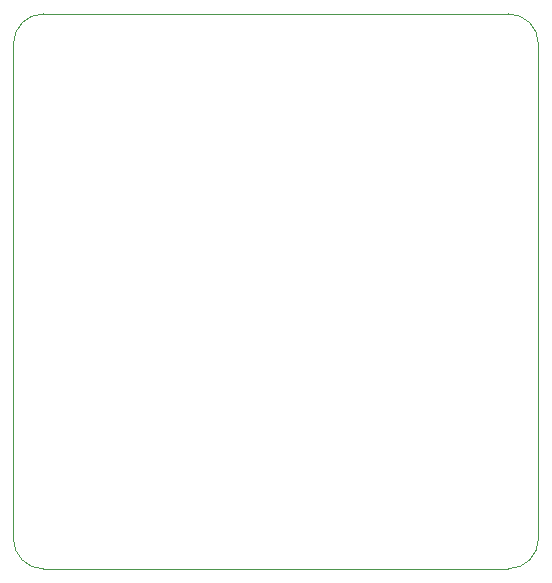
<source format=gm1>
%TF.GenerationSoftware,KiCad,Pcbnew,(5.1.10-1-10_14)*%
%TF.CreationDate,2021-10-17T13:29:00+11:00*%
%TF.ProjectId,glove-board,676c6f76-652d-4626-9f61-72642e6b6963,rev?*%
%TF.SameCoordinates,Original*%
%TF.FileFunction,Profile,NP*%
%FSLAX46Y46*%
G04 Gerber Fmt 4.6, Leading zero omitted, Abs format (unit mm)*
G04 Created by KiCad (PCBNEW (5.1.10-1-10_14)) date 2021-10-17 13:29:00*
%MOMM*%
%LPD*%
G01*
G04 APERTURE LIST*
%TA.AperFunction,Profile*%
%ADD10C,0.050000*%
%TD*%
G04 APERTURE END LIST*
D10*
X102870000Y-982980000D02*
G75*
G02*
X105410000Y-980440000I2540000J0D01*
G01*
X105410000Y-1027430000D02*
G75*
G02*
X102870000Y-1024890000I0J2540000D01*
G01*
X105410000Y-1027430000D02*
X105410000Y-1027430000D01*
X102870000Y-982980000D02*
X102870000Y-1024890000D01*
X105410000Y-980440000D02*
X105410000Y-980440000D01*
X147320000Y-1024890000D02*
G75*
G02*
X144780000Y-1027430000I-2540000J0D01*
G01*
X144780000Y-980440000D02*
G75*
G02*
X147320000Y-982980000I0J-2540000D01*
G01*
X144780000Y-980440000D02*
X105410000Y-980440000D01*
X147320000Y-1024890000D02*
X147320000Y-982980000D01*
X105410000Y-1027430000D02*
X144780000Y-1027430000D01*
M02*

</source>
